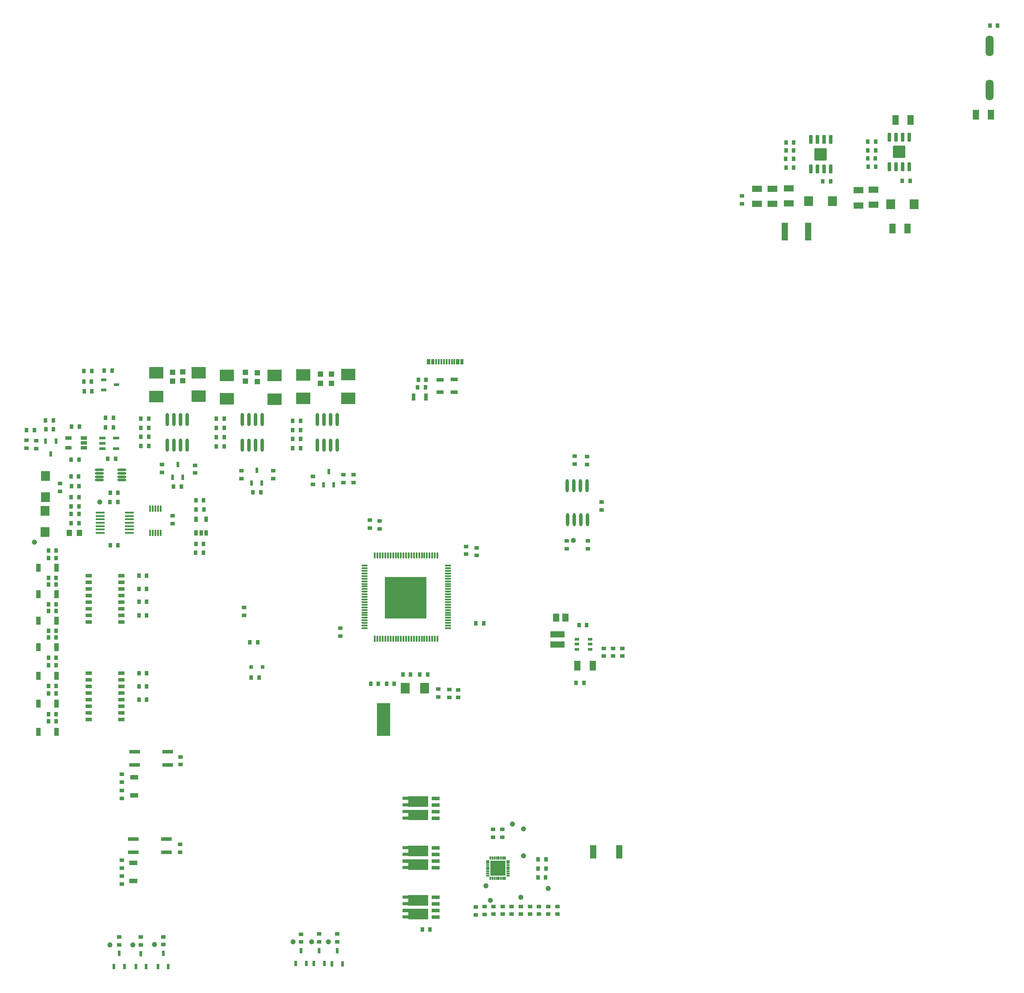
<source format=gtp>
G04*
G04 #@! TF.GenerationSoftware,Altium Limited,Altium Designer,23.10.1 (27)*
G04*
G04 Layer_Color=8421504*
%FSLAX44Y44*%
%MOMM*%
G71*
G04*
G04 #@! TF.SameCoordinates,3E0E9A5D-E792-4E61-ABED-DFC360609BBB*
G04*
G04*
G04 #@! TF.FilePolarity,Positive*
G04*
G01*
G75*
%ADD25O,1.7636X0.4656*%
%ADD26R,0.3000X1.3000*%
%ADD27O,0.6816X0.3016*%
%ADD28O,0.3016X0.6816*%
%ADD29R,2.9016X2.9016*%
%ADD30R,0.3000X1.0000*%
%ADD31R,1.6764X0.3556*%
%ADD32R,8.0000X8.0000*%
%ADD33O,1.2000X0.3000*%
%ADD34O,0.3000X1.2000*%
%ADD35R,0.3000X1.2000*%
%ADD36C,1.0000*%
%ADD37R,1.2000X0.5000*%
%ADD38R,0.6000X1.0000*%
%ADD39R,2.0320X0.7620*%
%ADD40R,1.2000X0.8000*%
%ADD41O,0.6000X2.5000*%
%ADD42R,0.6500X1.3500*%
%ADD43R,2.8000X2.2000*%
%ADD44R,2.8000X1.2000*%
%ADD45R,0.6600X1.0000*%
%ADD46O,0.7000X2.5000*%
%ADD47R,1.7240X1.9200*%
%ADD48R,1.0000X1.1000*%
%ADD49R,1.7000X1.8500*%
%ADD50R,0.9000X1.5000*%
%ADD51R,0.8000X0.8000*%
%ADD52R,1.4986X0.7112*%
%ADD53C,0.4056*%
G04:AMPARAMS|DCode=54|XSize=0.55mm|YSize=0.8mm|CornerRadius=0.0495mm|HoleSize=0mm|Usage=FLASHONLY|Rotation=90.000|XOffset=0mm|YOffset=0mm|HoleType=Round|Shape=RoundedRectangle|*
%AMROUNDEDRECTD54*
21,1,0.5500,0.7010,0,0,90.0*
21,1,0.4510,0.8000,0,0,90.0*
1,1,0.0990,0.3505,0.2255*
1,1,0.0990,0.3505,-0.2255*
1,1,0.0990,-0.3505,-0.2255*
1,1,0.0990,-0.3505,0.2255*
%
%ADD54ROUNDEDRECTD54*%
G04:AMPARAMS|DCode=55|XSize=2.29mm|YSize=2.29mm|CornerRadius=0.0458mm|HoleSize=0mm|Usage=FLASHONLY|Rotation=270.000|XOffset=0mm|YOffset=0mm|HoleType=Round|Shape=RoundedRectangle|*
%AMROUNDEDRECTD55*
21,1,2.2900,2.1984,0,0,270.0*
21,1,2.1984,2.2900,0,0,270.0*
1,1,0.0916,-1.0992,-1.0992*
1,1,0.0916,-1.0992,1.0992*
1,1,0.0916,1.0992,1.0992*
1,1,0.0916,1.0992,-1.0992*
%
%ADD55ROUNDEDRECTD55*%
G04:AMPARAMS|DCode=56|XSize=0.65mm|YSize=1.65mm|CornerRadius=0.0488mm|HoleSize=0mm|Usage=FLASHONLY|Rotation=0.000|XOffset=0mm|YOffset=0mm|HoleType=Round|Shape=RoundedRectangle|*
%AMROUNDEDRECTD56*
21,1,0.6500,1.5525,0,0,0.0*
21,1,0.5525,1.6500,0,0,0.0*
1,1,0.0975,0.2763,-0.7763*
1,1,0.0975,-0.2763,-0.7763*
1,1,0.0975,-0.2763,0.7763*
1,1,0.0975,0.2763,0.7763*
%
%ADD56ROUNDEDRECTD56*%
G04:AMPARAMS|DCode=57|XSize=0.65mm|YSize=1.2mm|CornerRadius=0.0488mm|HoleSize=0mm|Usage=FLASHONLY|Rotation=270.000|XOffset=0mm|YOffset=0mm|HoleType=Round|Shape=RoundedRectangle|*
%AMROUNDEDRECTD57*
21,1,0.6500,1.1025,0,0,270.0*
21,1,0.5525,1.2000,0,0,270.0*
1,1,0.0975,-0.5513,-0.2763*
1,1,0.0975,-0.5513,0.2763*
1,1,0.0975,0.5513,0.2763*
1,1,0.0975,0.5513,-0.2763*
%
%ADD57ROUNDEDRECTD57*%
%ADD58R,1.7000X2.0000*%
%ADD59R,1.3000X1.8500*%
%ADD60R,1.2500X1.5000*%
%ADD61R,2.5400X6.3500*%
%ADD62R,1.2000X2.5000*%
%ADD63R,1.3000X3.5000*%
%ADD64R,1.0000X1.3000*%
%ADD65R,0.8500X0.7000*%
%ADD66O,1.5240X4.0000*%
%ADD67R,0.7000X0.8500*%
%ADD68R,1.0000X0.6000*%
%ADD69R,1.5000X0.9000*%
%ADD70R,1.3500X0.6500*%
%ADD71R,1.8500X1.3000*%
G36*
X-1459614Y-3115798D02*
X-1497964D01*
Y-3114888D01*
X-1509144D01*
Y-3108518D01*
X-1497964D01*
Y-3102278D01*
X-1509144D01*
Y-3095778D01*
X-1497964D01*
Y-3095518D01*
X-1459614D01*
Y-3115798D01*
D02*
G37*
G36*
Y-3089798D02*
X-1497964D01*
Y-3089408D01*
X-1509144D01*
Y-3083168D01*
X-1497964D01*
Y-3076668D01*
X-1509144D01*
Y-3070428D01*
X-1497964D01*
Y-3069518D01*
X-1459614D01*
Y-3089798D01*
D02*
G37*
G36*
Y-3020929D02*
X-1497964D01*
Y-3020020D01*
X-1509144D01*
Y-3013649D01*
X-1497964D01*
Y-3007409D01*
X-1509144D01*
Y-3000909D01*
X-1497964D01*
Y-3000649D01*
X-1459614D01*
Y-3020929D01*
D02*
G37*
G36*
Y-2994929D02*
X-1497964D01*
Y-2994539D01*
X-1509144D01*
Y-2988299D01*
X-1497964D01*
Y-2981799D01*
X-1509144D01*
Y-2975559D01*
X-1497964D01*
Y-2974649D01*
X-1459614D01*
Y-2994929D01*
D02*
G37*
G36*
Y-2926060D02*
X-1497964D01*
Y-2925150D01*
X-1509144D01*
Y-2918780D01*
X-1497964D01*
Y-2912540D01*
X-1509144D01*
Y-2906040D01*
X-1497964D01*
Y-2905780D01*
X-1459614D01*
Y-2926060D01*
D02*
G37*
G36*
Y-2900060D02*
X-1497964D01*
Y-2899670D01*
X-1509144D01*
Y-2893430D01*
X-1497964D01*
Y-2886930D01*
X-1509144D01*
Y-2880690D01*
X-1497964D01*
Y-2879780D01*
X-1459614D01*
Y-2900060D01*
D02*
G37*
D25*
X-2047773Y-2273145D02*
D03*
Y-2266645D02*
D03*
Y-2260145D02*
D03*
Y-2253643D02*
D03*
X-2090395Y-2273145D02*
D03*
Y-2266645D02*
D03*
Y-2260145D02*
D03*
Y-2253643D02*
D03*
D26*
X-1973233Y-2327524D02*
D03*
X-1978232D02*
D03*
X-1983231D02*
D03*
X-1988232D02*
D03*
X-1993233D02*
D03*
X-1993231Y-2374524D02*
D03*
X-1988232D02*
D03*
X-1983233D02*
D03*
X-1978232D02*
D03*
X-1973231D02*
D03*
D27*
X-1306958Y-3032008D02*
D03*
Y-3028008D02*
D03*
Y-3024007D02*
D03*
Y-3020007D02*
D03*
Y-3016009D02*
D03*
Y-3012008D02*
D03*
Y-3008008D02*
D03*
Y-3004007D02*
D03*
X-1345307D02*
D03*
Y-3008008D02*
D03*
Y-3012008D02*
D03*
Y-3016009D02*
D03*
Y-3020007D02*
D03*
Y-3024007D02*
D03*
Y-3028008D02*
D03*
Y-3032008D02*
D03*
D28*
X-1312132Y-2998833D02*
D03*
X-1316133D02*
D03*
X-1320133D02*
D03*
X-1324134D02*
D03*
X-1328132D02*
D03*
X-1332132D02*
D03*
X-1336133D02*
D03*
X-1340133D02*
D03*
Y-3037182D02*
D03*
X-1336133D02*
D03*
X-1332132D02*
D03*
X-1328132D02*
D03*
X-1324134D02*
D03*
X-1320133D02*
D03*
X-1316133D02*
D03*
X-1312132D02*
D03*
D29*
X-1326133Y-3018008D02*
D03*
D30*
X-1457504Y-2045716D02*
D03*
X-1460504D02*
D03*
X-1452504D02*
D03*
X-1449504D02*
D03*
X-1444504D02*
D03*
X-1439504D02*
D03*
X-1434504D02*
D03*
X-1429504D02*
D03*
X-1424504D02*
D03*
X-1419504D02*
D03*
X-1414504D02*
D03*
X-1409504D02*
D03*
X-1404504D02*
D03*
X-1401504D02*
D03*
X-1396504D02*
D03*
X-1393504D02*
D03*
D31*
X-2032847Y-2335593D02*
D03*
Y-2342093D02*
D03*
Y-2348593D02*
D03*
Y-2355093D02*
D03*
Y-2361593D02*
D03*
Y-2368093D02*
D03*
Y-2374593D02*
D03*
X-2089236Y-2374593D02*
D03*
Y-2368093D02*
D03*
Y-2361593D02*
D03*
Y-2355093D02*
D03*
Y-2348593D02*
D03*
Y-2342093D02*
D03*
Y-2335593D02*
D03*
D32*
X-1502918Y-2499106D02*
D03*
D33*
X-1582100Y-2557338D02*
D03*
Y-2542338D02*
D03*
Y-2547338D02*
D03*
Y-2552338D02*
D03*
Y-2537338D02*
D03*
Y-2472338D02*
D03*
Y-2477338D02*
D03*
Y-2482338D02*
D03*
X-1422100Y-2492338D02*
D03*
Y-2462338D02*
D03*
X-1582100Y-2527338D02*
D03*
Y-2497338D02*
D03*
Y-2457338D02*
D03*
Y-2522338D02*
D03*
Y-2507338D02*
D03*
Y-2452338D02*
D03*
X-1422100Y-2457338D02*
D03*
Y-2502338D02*
D03*
Y-2497338D02*
D03*
Y-2507338D02*
D03*
X-1582100Y-2532338D02*
D03*
Y-2517338D02*
D03*
Y-2512338D02*
D03*
Y-2502338D02*
D03*
Y-2492338D02*
D03*
Y-2487338D02*
D03*
Y-2447338D02*
D03*
Y-2442338D02*
D03*
Y-2437338D02*
D03*
X-1422100Y-2467338D02*
D03*
Y-2472338D02*
D03*
Y-2527338D02*
D03*
Y-2532338D02*
D03*
Y-2437338D02*
D03*
Y-2537338D02*
D03*
Y-2522338D02*
D03*
Y-2517338D02*
D03*
Y-2512338D02*
D03*
Y-2557338D02*
D03*
Y-2552338D02*
D03*
Y-2547338D02*
D03*
Y-2542338D02*
D03*
Y-2482338D02*
D03*
Y-2452338D02*
D03*
Y-2447338D02*
D03*
Y-2477338D02*
D03*
Y-2442338D02*
D03*
Y-2487338D02*
D03*
X-1582100Y-2462338D02*
D03*
Y-2467338D02*
D03*
D34*
X-1547100Y-2417338D02*
D03*
X-1562100D02*
D03*
X-1557100D02*
D03*
X-1552100D02*
D03*
X-1502100Y-2577338D02*
D03*
X-1522100D02*
D03*
X-1482100Y-2417338D02*
D03*
X-1502100D02*
D03*
X-1512100D02*
D03*
X-1487100D02*
D03*
X-1512100Y-2577338D02*
D03*
X-1517100D02*
D03*
X-1507100D02*
D03*
X-1447100D02*
D03*
X-1452100D02*
D03*
X-1457100D02*
D03*
X-1477100Y-2417338D02*
D03*
X-1492100D02*
D03*
X-1497100D02*
D03*
X-1507100D02*
D03*
X-1532100D02*
D03*
X-1527100D02*
D03*
X-1522100D02*
D03*
X-1517100D02*
D03*
X-1472100D02*
D03*
X-1442100D02*
D03*
X-1462100Y-2577338D02*
D03*
X-1467100D02*
D03*
X-1537100D02*
D03*
X-1477100D02*
D03*
X-1472100D02*
D03*
X-1497100D02*
D03*
X-1442100D02*
D03*
X-1542100D02*
D03*
X-1482100D02*
D03*
X-1467100Y-2417338D02*
D03*
X-1542100D02*
D03*
X-1537100D02*
D03*
X-1532100Y-2577338D02*
D03*
X-1487100D02*
D03*
X-1492100D02*
D03*
X-1527100D02*
D03*
X-1447100Y-2417338D02*
D03*
X-1462100D02*
D03*
X-1552100Y-2577338D02*
D03*
X-1557100D02*
D03*
X-1547100D02*
D03*
X-1452100Y-2417338D02*
D03*
X-1457100D02*
D03*
D35*
X-1562100Y-2577338D02*
D03*
D36*
X-1298448Y-2933192D02*
D03*
X-1340090Y-3079877D02*
D03*
X-1719098Y-3159324D02*
D03*
X-2026413Y-3165660D02*
D03*
X-1984757Y-3164659D02*
D03*
X-2070101Y-3165152D02*
D03*
X-1683513Y-3159565D02*
D03*
X-1651000Y-3159506D02*
D03*
X-2090166Y-2315210D02*
D03*
X-2214880Y-2392680D02*
D03*
X-1277112Y-2942336D02*
D03*
X-1277366Y-2993898D02*
D03*
X-1181100Y-2389058D02*
D03*
X-1229614Y-3056636D02*
D03*
X-1348994Y-3052064D02*
D03*
X-1282446Y-3074162D02*
D03*
D37*
X-2084624Y-2192688D02*
D03*
Y-2202688D02*
D03*
Y-2212688D02*
D03*
X-2058624D02*
D03*
Y-2192688D02*
D03*
D38*
X-1778762Y-2279142D02*
D03*
X-1788762Y-2254142D02*
D03*
X-1798762Y-2279142D02*
D03*
X-1658781Y-3201075D02*
D03*
X-1668781Y-3176075D02*
D03*
X-1678781Y-3201075D02*
D03*
X-1624143Y-3201474D02*
D03*
X-1634143Y-3176474D02*
D03*
X-1644143Y-3201474D02*
D03*
X-2042321Y-3206662D02*
D03*
X-2052321Y-3181662D02*
D03*
X-2062321Y-3206662D02*
D03*
X-1958247Y-3206408D02*
D03*
X-1968247Y-3181408D02*
D03*
X-1978247Y-3206408D02*
D03*
X-1693604Y-3201075D02*
D03*
X-1703604Y-3176075D02*
D03*
X-1713604Y-3201075D02*
D03*
X-2000665Y-3207170D02*
D03*
X-2010665Y-3182170D02*
D03*
X-2020665Y-3207170D02*
D03*
X-1660652Y-2281936D02*
D03*
X-1650652Y-2256936D02*
D03*
X-1640652Y-2281936D02*
D03*
X-1950306Y-2268074D02*
D03*
X-1940306Y-2243074D02*
D03*
X-1930306Y-2268074D02*
D03*
X-2173892Y-2198262D02*
D03*
X-2183892Y-2223262D02*
D03*
X-2193892Y-2198262D02*
D03*
D39*
X-1962181Y-2987498D02*
D03*
X-2025681Y-2962098D02*
D03*
X-1962181D02*
D03*
X-2025427Y-2987498D02*
D03*
X-2022602Y-2819908D02*
D03*
X-1959356Y-2794508D02*
D03*
X-2022856D02*
D03*
X-1959356Y-2819908D02*
D03*
D40*
X-2047934Y-2732278D02*
D03*
Y-2719578D02*
D03*
Y-2706878D02*
D03*
Y-2694178D02*
D03*
Y-2681478D02*
D03*
Y-2668778D02*
D03*
Y-2656078D02*
D03*
Y-2643378D02*
D03*
X-2110934Y-2732278D02*
D03*
Y-2719578D02*
D03*
Y-2706878D02*
D03*
Y-2694178D02*
D03*
Y-2681478D02*
D03*
Y-2668778D02*
D03*
Y-2656078D02*
D03*
Y-2643378D02*
D03*
Y-2456318D02*
D03*
Y-2469018D02*
D03*
Y-2481718D02*
D03*
Y-2494418D02*
D03*
Y-2507118D02*
D03*
Y-2519818D02*
D03*
Y-2532518D02*
D03*
Y-2545218D02*
D03*
X-2047934Y-2456318D02*
D03*
Y-2469018D02*
D03*
Y-2481718D02*
D03*
Y-2494418D02*
D03*
Y-2507118D02*
D03*
Y-2519818D02*
D03*
Y-2532518D02*
D03*
Y-2545218D02*
D03*
D41*
X-1192530Y-2348964D02*
D03*
X-1179830D02*
D03*
X-1167130D02*
D03*
X-1154430D02*
D03*
X-1192784Y-2284250D02*
D03*
X-1180084D02*
D03*
X-1167384D02*
D03*
X-1154684D02*
D03*
D42*
X-1488056Y-2114042D02*
D03*
X-1464056D02*
D03*
D43*
X-1900174Y-2067052D02*
D03*
Y-2112052D02*
D03*
X-1612900Y-2115862D02*
D03*
Y-2070862D02*
D03*
X-1699514Y-2116074D02*
D03*
Y-2071074D02*
D03*
X-1754124Y-2117640D02*
D03*
Y-2072640D02*
D03*
X-1845818Y-2117132D02*
D03*
Y-2072132D02*
D03*
X-1981200Y-2112560D02*
D03*
Y-2067560D02*
D03*
D44*
X-1211535Y-2568949D02*
D03*
Y-2588949D02*
D03*
D45*
X-1904848Y-2348628D02*
D03*
X-1885848D02*
D03*
Y-2374628D02*
D03*
X-1895348D02*
D03*
X-1904848D02*
D03*
D46*
X-1816608Y-2206106D02*
D03*
X-1803908D02*
D03*
X-1791208D02*
D03*
X-1778508D02*
D03*
X-1816608Y-2157106D02*
D03*
X-1803908D02*
D03*
X-1791208D02*
D03*
X-1778508D02*
D03*
X-1922526Y-2156598D02*
D03*
X-1935226D02*
D03*
X-1947926D02*
D03*
X-1960626D02*
D03*
X-1922526Y-2205598D02*
D03*
X-1935226D02*
D03*
X-1947926D02*
D03*
X-1960626D02*
D03*
X-1634490Y-2156598D02*
D03*
X-1647190D02*
D03*
X-1659890D02*
D03*
X-1672590D02*
D03*
X-1634490Y-2205598D02*
D03*
X-1647190D02*
D03*
X-1659890D02*
D03*
X-1672590D02*
D03*
D47*
X-684356Y-1737614D02*
D03*
X-729916D02*
D03*
X-572944Y-1743964D02*
D03*
X-527384D02*
D03*
D48*
X-1666748Y-2070100D02*
D03*
Y-2087100D02*
D03*
X-1950212Y-2083036D02*
D03*
Y-2066036D02*
D03*
X-1930908Y-2082782D02*
D03*
Y-2065782D02*
D03*
X-1787144Y-2084052D02*
D03*
Y-2067052D02*
D03*
X-1645412Y-2087100D02*
D03*
Y-2070100D02*
D03*
X-1810766Y-2083290D02*
D03*
Y-2066290D02*
D03*
D49*
X-2194560Y-2332048D02*
D03*
Y-2373048D02*
D03*
X-2194052Y-2305992D02*
D03*
Y-2264992D02*
D03*
D50*
X-2207840Y-2648458D02*
D03*
X-2172840D02*
D03*
Y-2593848D02*
D03*
X-2207840D02*
D03*
X-2172840Y-2543048D02*
D03*
X-2207840D02*
D03*
X-2172840Y-2756408D02*
D03*
X-2207840D02*
D03*
X-2172840Y-2492248D02*
D03*
X-2207840D02*
D03*
X-2172840Y-2701798D02*
D03*
X-2207840D02*
D03*
X-2172840Y-2441448D02*
D03*
X-2207840D02*
D03*
D51*
X-1777164Y-2631948D02*
D03*
X-1799664D02*
D03*
D52*
X-1445590Y-3111708D02*
D03*
Y-3099008D02*
D03*
Y-3086308D02*
D03*
Y-3073608D02*
D03*
Y-2978739D02*
D03*
Y-2991439D02*
D03*
Y-3004139D02*
D03*
Y-3016839D02*
D03*
Y-2883870D02*
D03*
Y-2896570D02*
D03*
Y-2909270D02*
D03*
Y-2921970D02*
D03*
D53*
X-1478788Y-3079659D02*
D03*
Y-3105658D02*
D03*
Y-3010789D02*
D03*
Y-2984790D02*
D03*
Y-2915920D02*
D03*
Y-2889921D02*
D03*
D54*
X-1149305Y-2578695D02*
D03*
Y-2588195D02*
D03*
Y-2597695D02*
D03*
X-1174805D02*
D03*
Y-2588195D02*
D03*
Y-2578695D02*
D03*
D55*
X-556260Y-1643380D02*
D03*
X-707136Y-1647698D02*
D03*
D56*
X-537210Y-1615130D02*
D03*
X-549910D02*
D03*
X-562610D02*
D03*
X-575310D02*
D03*
X-537210Y-1671630D02*
D03*
X-549910D02*
D03*
X-562610D02*
D03*
X-575310D02*
D03*
X-726186Y-1675948D02*
D03*
X-713486D02*
D03*
X-700786D02*
D03*
X-688086D02*
D03*
X-726186Y-1619448D02*
D03*
X-713486D02*
D03*
X-700786D02*
D03*
X-688086D02*
D03*
D57*
X-2150128Y-2211426D02*
D03*
Y-2192426D02*
D03*
X-2120628D02*
D03*
Y-2201926D02*
D03*
Y-2211426D02*
D03*
D58*
X-1503874Y-2672334D02*
D03*
X-1466874D02*
D03*
D59*
X-408962Y-1571498D02*
D03*
X-379962D02*
D03*
X-1144457Y-2629241D02*
D03*
X-1173457D02*
D03*
X-540490Y-1790192D02*
D03*
X-569490D02*
D03*
X-534140Y-1582420D02*
D03*
X-563140D02*
D03*
D60*
X-1196943Y-2537039D02*
D03*
X-1214443D02*
D03*
D61*
X-1545496Y-2732786D02*
D03*
D62*
X-1093216Y-2986532D02*
D03*
X-1143216D02*
D03*
D63*
X-731012Y-1796034D02*
D03*
X-776012D02*
D03*
D64*
X-2148586Y-2374646D02*
D03*
X-2128586D02*
D03*
D65*
X-1193800Y-2390140D02*
D03*
Y-2405140D02*
D03*
X-1552956Y-2367026D02*
D03*
Y-2352026D02*
D03*
X-1968247Y-3164659D02*
D03*
Y-3149659D02*
D03*
X-2052321Y-3165152D02*
D03*
Y-3150152D02*
D03*
X-1668781Y-3159324D02*
D03*
Y-3144324D02*
D03*
X-2010665Y-3165421D02*
D03*
Y-3150421D02*
D03*
X-1703604Y-3159565D02*
D03*
Y-3144565D02*
D03*
X-1634529Y-3159324D02*
D03*
Y-3144324D02*
D03*
X-1970278Y-2243328D02*
D03*
Y-2258328D02*
D03*
X-1419098Y-2675128D02*
D03*
Y-2690128D02*
D03*
X-1299436Y-3091420D02*
D03*
Y-3106420D02*
D03*
X-1316905Y-3091420D02*
D03*
Y-3106420D02*
D03*
X-1281966Y-3106420D02*
D03*
Y-3091420D02*
D03*
X-1334375Y-3106420D02*
D03*
Y-3091420D02*
D03*
X-1317244Y-2958592D02*
D03*
Y-2943592D02*
D03*
X-1335278Y-2958338D02*
D03*
Y-2943338D02*
D03*
X-1368044Y-3092436D02*
D03*
Y-3107436D02*
D03*
X-1351280Y-3091434D02*
D03*
Y-3106434D02*
D03*
X-1264497Y-3091420D02*
D03*
Y-3106420D02*
D03*
X-1247027Y-3091420D02*
D03*
Y-3106420D02*
D03*
X-1229558Y-3091420D02*
D03*
Y-3106420D02*
D03*
X-1087120Y-2596120D02*
D03*
Y-2611120D02*
D03*
X-1104900D02*
D03*
Y-2596120D02*
D03*
X-1622044Y-2262618D02*
D03*
Y-2277618D02*
D03*
X-1817624Y-2254998D02*
D03*
Y-2269998D02*
D03*
X-1681226Y-2266174D02*
D03*
Y-2281174D02*
D03*
X-1934718Y-2819400D02*
D03*
Y-2804400D02*
D03*
X-1935988Y-2987498D02*
D03*
Y-2972498D02*
D03*
X-2047748Y-2869170D02*
D03*
Y-2884170D02*
D03*
X-2047546Y-3033458D02*
D03*
Y-3048458D02*
D03*
X-2166366Y-2294650D02*
D03*
Y-2279650D02*
D03*
X-1602994Y-2277618D02*
D03*
Y-2262618D02*
D03*
X-1756664Y-2269998D02*
D03*
Y-2254998D02*
D03*
X-1906778Y-2259598D02*
D03*
Y-2244598D02*
D03*
X-1812544Y-2532394D02*
D03*
Y-2517394D02*
D03*
X-1212088Y-3106420D02*
D03*
Y-3091420D02*
D03*
X-1122680Y-2611120D02*
D03*
Y-2596120D02*
D03*
X-857504Y-1742454D02*
D03*
Y-1727454D02*
D03*
X-2047546Y-2852638D02*
D03*
Y-2837638D02*
D03*
X-2047494Y-3017788D02*
D03*
Y-3002788D02*
D03*
X-1440434Y-2689366D02*
D03*
Y-2674366D02*
D03*
X-1366520Y-2418080D02*
D03*
Y-2403080D02*
D03*
X-1949704Y-2356626D02*
D03*
Y-2341626D02*
D03*
X-1402080Y-2675622D02*
D03*
Y-2690622D02*
D03*
X-1571244Y-2365262D02*
D03*
Y-2350262D02*
D03*
X-1386840Y-2415540D02*
D03*
Y-2400540D02*
D03*
X-1628140Y-2557780D02*
D03*
Y-2572780D02*
D03*
X-2230120Y-2196832D02*
D03*
Y-2211832D02*
D03*
X-2211324Y-2197354D02*
D03*
Y-2212354D02*
D03*
X-1127252Y-2315210D02*
D03*
Y-2330210D02*
D03*
X-1154684Y-2243328D02*
D03*
Y-2228328D02*
D03*
X-1153668Y-2389886D02*
D03*
Y-2404886D02*
D03*
X-1178814Y-2242312D02*
D03*
Y-2227312D02*
D03*
D66*
X-382524Y-1439844D02*
D03*
Y-1524844D02*
D03*
D67*
X-2081290Y-2062988D02*
D03*
X-2066290D02*
D03*
X-2120406Y-2064004D02*
D03*
X-2105406D02*
D03*
X-2105646Y-2083816D02*
D03*
X-2120646D02*
D03*
X-2119630Y-2102866D02*
D03*
X-2104630D02*
D03*
X-1996186Y-2207768D02*
D03*
X-2011186D02*
D03*
X-1996186Y-2190327D02*
D03*
X-2011186D02*
D03*
X-601980Y-1655572D02*
D03*
X-616980D02*
D03*
X-616712Y-1640332D02*
D03*
X-601712D02*
D03*
X-758430Y-1624838D02*
D03*
X-773430D02*
D03*
X-773698Y-1656842D02*
D03*
X-758698D02*
D03*
X-1781048Y-2296668D02*
D03*
X-1796048D02*
D03*
X-1704580Y-2211578D02*
D03*
X-1719580D02*
D03*
X-1999840Y-2532518D02*
D03*
X-2014840D02*
D03*
X-2173319Y-2562098D02*
D03*
X-2188319D02*
D03*
X-1999840Y-2506218D02*
D03*
X-2014840D02*
D03*
X-2173319Y-2511298D02*
D03*
X-2188319D02*
D03*
X-1999856Y-2694178D02*
D03*
X-2014856D02*
D03*
X-2173319Y-2722118D02*
D03*
X-2188319D02*
D03*
X-1999840Y-2481718D02*
D03*
X-2014840D02*
D03*
X-2173319Y-2460498D02*
D03*
X-2188319D02*
D03*
X-1999840Y-2668778D02*
D03*
X-2014840D02*
D03*
X-2173319Y-2668408D02*
D03*
X-2188319D02*
D03*
X-1999840Y-2456318D02*
D03*
X-2014840D02*
D03*
X-2173319Y-2408428D02*
D03*
X-2188319D02*
D03*
X-1999840Y-2643378D02*
D03*
X-2014840D02*
D03*
X-2173319Y-2614168D02*
D03*
X-2188319D02*
D03*
X-2069860Y-2398522D02*
D03*
X-2054860D02*
D03*
X-2129857Y-2323473D02*
D03*
X-2144857D02*
D03*
X-2069846Y-2297176D02*
D03*
X-2054846D02*
D03*
X-2130030Y-2265934D02*
D03*
X-2145030D02*
D03*
X-2144268Y-2284476D02*
D03*
X-2129268D02*
D03*
X-1850884Y-2208530D02*
D03*
X-1865884D02*
D03*
X-1704580Y-2194221D02*
D03*
X-1719580D02*
D03*
X-1933194Y-2286000D02*
D03*
X-1948194D02*
D03*
X-1786890Y-2584182D02*
D03*
X-1801890D02*
D03*
X-1799336Y-2652522D02*
D03*
X-1784336D02*
D03*
X-1249171Y-3001244D02*
D03*
X-1234171D02*
D03*
X-1249171Y-3018516D02*
D03*
X-1234171D02*
D03*
X-1905508Y-2311654D02*
D03*
X-1890508D02*
D03*
X-1905254Y-2329434D02*
D03*
X-1890254D02*
D03*
X-1905762Y-2413000D02*
D03*
X-1890762D02*
D03*
X-1905508Y-2395982D02*
D03*
X-1890508D02*
D03*
X-1996186Y-2155444D02*
D03*
X-2011186D02*
D03*
X-2129776Y-2356104D02*
D03*
X-2144776D02*
D03*
X-1249439Y-3035534D02*
D03*
X-1234439D02*
D03*
X-1850884Y-2155444D02*
D03*
X-1865884D02*
D03*
X-1155641Y-2551771D02*
D03*
X-1170641D02*
D03*
X-600964Y-1671574D02*
D03*
X-615964D02*
D03*
X-1176243Y-2662769D02*
D03*
X-1161243D02*
D03*
X-616712Y-1623568D02*
D03*
X-601712D02*
D03*
X-550432Y-1698752D02*
D03*
X-535432D02*
D03*
X-758444Y-1673606D02*
D03*
X-773444D02*
D03*
X-1471168Y-3135376D02*
D03*
X-1456168D02*
D03*
X-773444Y-1640586D02*
D03*
X-758444D02*
D03*
X-2173319Y-2574798D02*
D03*
X-2188319D02*
D03*
X-2173319Y-2628138D02*
D03*
X-2188319D02*
D03*
X-2173319Y-2523998D02*
D03*
X-2188319D02*
D03*
X-2173319Y-2682748D02*
D03*
X-2188319D02*
D03*
X-2173319Y-2473198D02*
D03*
X-2188319D02*
D03*
X-2173319Y-2736088D02*
D03*
X-2188319D02*
D03*
X-2173319Y-2422398D02*
D03*
X-2188319D02*
D03*
X-2129621Y-2338343D02*
D03*
X-2144621D02*
D03*
X-2070100Y-2315464D02*
D03*
X-2055100D02*
D03*
X-2144541Y-2305589D02*
D03*
X-2129541D02*
D03*
X-702818Y-1700022D02*
D03*
X-687818D02*
D03*
X-1704580Y-2159508D02*
D03*
X-1719580D02*
D03*
X-1850884Y-2173139D02*
D03*
X-1865884D02*
D03*
X-1996186Y-2172885D02*
D03*
X-2011186D02*
D03*
X-1704580Y-2176865D02*
D03*
X-1719580D02*
D03*
X-2074672Y-2232406D02*
D03*
X-2059672D02*
D03*
X-1368552Y-2548382D02*
D03*
X-1353552D02*
D03*
X-1524748Y-2664206D02*
D03*
X-1539748D02*
D03*
X-1570242Y-2664460D02*
D03*
X-1555242D02*
D03*
X-1464804Y-2095500D02*
D03*
X-1479804D02*
D03*
X-1463788Y-2081022D02*
D03*
X-1478788D02*
D03*
X-1460740Y-2646680D02*
D03*
X-1475740D02*
D03*
X-1508520D02*
D03*
X-1493520D02*
D03*
X-367284Y-1401064D02*
D03*
X-382284D02*
D03*
X-2215374Y-2177288D02*
D03*
X-2230374D02*
D03*
X-2144790Y-2234184D02*
D03*
X-2129790D02*
D03*
X-2193812Y-2158238D02*
D03*
X-2178812D02*
D03*
X-2178304Y-2175764D02*
D03*
X-2193304D02*
D03*
X-1850884Y-2190835D02*
D03*
X-1865884D02*
D03*
X-2063750Y-2172462D02*
D03*
X-2078750D02*
D03*
X-2063750Y-2153666D02*
D03*
X-2078750D02*
D03*
X-2144014Y-2170430D02*
D03*
X-2129014D02*
D03*
D68*
X-2082400Y-2080420D02*
D03*
X-2057400Y-2090420D02*
D03*
X-2082400Y-2100420D02*
D03*
D69*
X-2024126Y-2843556D02*
D03*
Y-2878556D02*
D03*
X-2025396Y-3007894D02*
D03*
Y-3042894D02*
D03*
D70*
X-1436624Y-2104514D02*
D03*
Y-2080514D02*
D03*
X-1409700Y-2104260D02*
D03*
Y-2080260D02*
D03*
D71*
X-633984Y-1717018D02*
D03*
Y-1746018D02*
D03*
X-605536Y-1715748D02*
D03*
Y-1744748D02*
D03*
X-829056Y-1713970D02*
D03*
Y-1742970D02*
D03*
X-799084Y-1713970D02*
D03*
Y-1742970D02*
D03*
X-768096Y-1712954D02*
D03*
Y-1741954D02*
D03*
M02*

</source>
